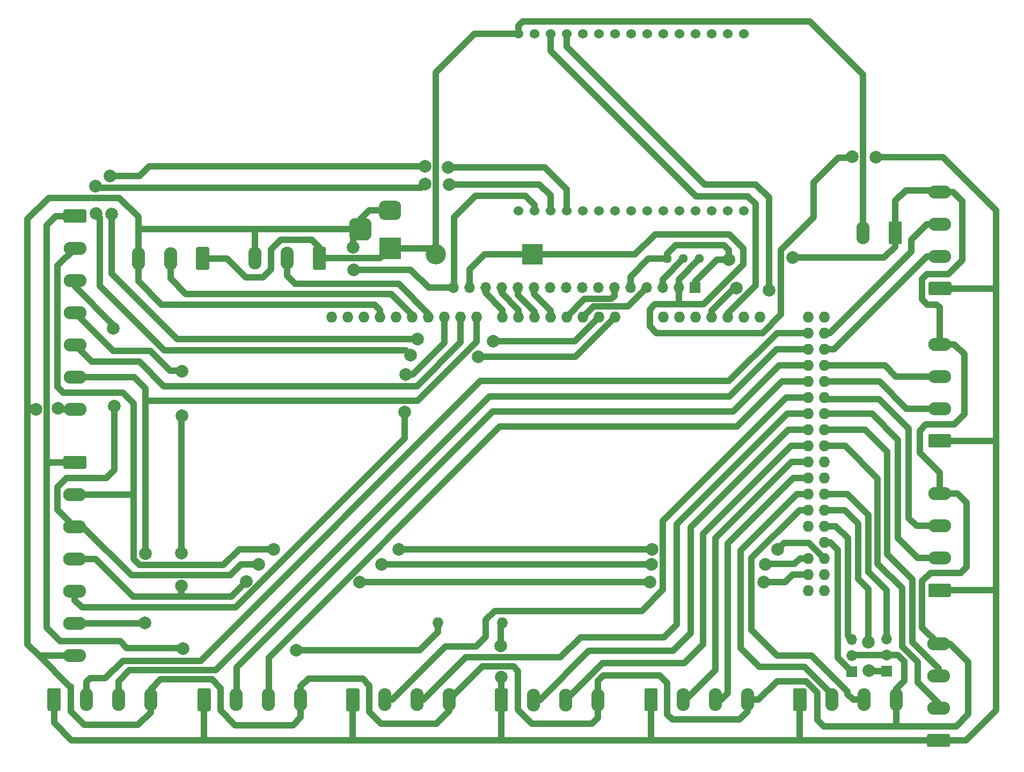
<source format=gbr>
%TF.GenerationSoftware,KiCad,Pcbnew,(5.1.6)-1*%
%TF.CreationDate,2021-07-15T17:15:11+02:00*%
%TF.ProjectId,future_uni,66757475-7265-45f7-956e-692e6b696361,rev?*%
%TF.SameCoordinates,Original*%
%TF.FileFunction,Copper,L2,Bot*%
%TF.FilePolarity,Positive*%
%FSLAX46Y46*%
G04 Gerber Fmt 4.6, Leading zero omitted, Abs format (unit mm)*
G04 Created by KiCad (PCBNEW (5.1.6)-1) date 2021-07-15 17:15:11*
%MOMM*%
%LPD*%
G01*
G04 APERTURE LIST*
%TA.AperFunction,ComponentPad*%
%ADD10O,1.727200X1.727200*%
%TD*%
%TA.AperFunction,ComponentPad*%
%ADD11R,1.700000X1.700000*%
%TD*%
%TA.AperFunction,ComponentPad*%
%ADD12O,1.700000X1.700000*%
%TD*%
%TA.AperFunction,ComponentPad*%
%ADD13O,2.080000X3.600000*%
%TD*%
%TA.AperFunction,ComponentPad*%
%ADD14O,3.600000X2.080000*%
%TD*%
%TA.AperFunction,ComponentPad*%
%ADD15R,3.500000X3.500000*%
%TD*%
%TA.AperFunction,ComponentPad*%
%ADD16C,1.440000*%
%TD*%
%TA.AperFunction,ComponentPad*%
%ADD17C,1.524000*%
%TD*%
%TA.AperFunction,ComponentPad*%
%ADD18R,3.200000X3.200000*%
%TD*%
%TA.AperFunction,ComponentPad*%
%ADD19O,3.200000X3.200000*%
%TD*%
%TA.AperFunction,ViaPad*%
%ADD20C,2.000000*%
%TD*%
%TA.AperFunction,Conductor*%
%ADD21C,1.000000*%
%TD*%
%TA.AperFunction,Conductor*%
%ADD22C,0.250000*%
%TD*%
G04 APERTURE END LIST*
D10*
%TO.P,XA1,VIN*%
%TO.N,/5V*%
X142557500Y-130268980D03*
%TO.P,XA1,3V3*%
%TO.N,/3.3V*%
X132397500Y-130268980D03*
%TO.P,XA1,D21*%
%TO.N,Net-(XA1-PadD21)*%
X183197500Y-82008980D03*
%TO.P,XA1,D20*%
%TO.N,Net-(XA1-PadD20)*%
X180657500Y-82008980D03*
%TO.P,XA1,D19*%
%TO.N,/RST_ESP*%
X178117500Y-82008980D03*
%TO.P,XA1,D18*%
%TO.N,/EN_ESP*%
X175577500Y-82008980D03*
%TO.P,XA1,D17*%
%TO.N,Net-(XA1-PadD17)*%
X173037500Y-82008980D03*
%TO.P,XA1,D16*%
%TO.N,Net-(XA1-PadD16)*%
X170497500Y-82008980D03*
%TO.P,XA1,D15*%
%TO.N,Net-(XA1-PadD15)*%
X167957500Y-82008980D03*
%TO.P,XA1,D0*%
%TO.N,/RX_MCU*%
X160337500Y-82008980D03*
%TO.P,XA1,D1*%
%TO.N,/TX_MCU*%
X157797500Y-82008980D03*
%TO.P,XA1,D2*%
%TO.N,/RS*%
X155257500Y-82008980D03*
%TO.P,XA1,D3*%
%TO.N,/E*%
X152717500Y-82008980D03*
%TO.P,XA1,D4*%
%TO.N,/DB4*%
X150177500Y-82008980D03*
%TO.P,XA1,D5*%
%TO.N,/DB5*%
X147637500Y-82008980D03*
%TO.P,XA1,D6*%
%TO.N,/DB6*%
X145097500Y-82008980D03*
%TO.P,XA1,D7*%
%TO.N,/DB7*%
X142557500Y-82008980D03*
%TO.P,XA1,GND1*%
%TO.N,/GND*%
X123253500Y-82008980D03*
%TO.P,XA1,D8*%
%TO.N,/RST*%
X138493500Y-82008980D03*
%TO.P,XA1,D9*%
%TO.N,/SDA\u005CSS_1*%
X135953500Y-82008980D03*
%TO.P,XA1,D10*%
%TO.N,/SDA\u005CSS_2*%
X133413500Y-82008980D03*
%TO.P,XA1,SCL*%
%TO.N,Net-(XA1-PadSCL)*%
X115633500Y-82008980D03*
%TO.P,XA1,SDA*%
%TO.N,Net-(XA1-PadSDA)*%
X118173500Y-82008980D03*
%TO.P,XA1,AREF*%
%TO.N,Net-(XA1-PadAREF)*%
X120713500Y-82008980D03*
%TO.P,XA1,D13*%
%TO.N,Net-(XA1-PadD13)*%
X125793500Y-82008980D03*
%TO.P,XA1,D12*%
%TO.N,/Signal_2*%
X128333500Y-82008980D03*
%TO.P,XA1,D11*%
%TO.N,/Signal_1*%
X130873500Y-82008980D03*
%TO.P,XA1,5V3*%
%TO.N,Net-(XA1-Pad5V3)*%
X190817500Y-82008980D03*
%TO.P,XA1,5V4*%
%TO.N,Net-(XA1-Pad5V4)*%
X193357500Y-82008980D03*
%TO.P,XA1,D22*%
%TO.N,/TRIG_10*%
X190817500Y-84548980D03*
%TO.P,XA1,D23*%
%TO.N,/ECHO_1*%
X193357500Y-84548980D03*
%TO.P,XA1,D24*%
%TO.N,/ECHO_10*%
X190817500Y-87088980D03*
%TO.P,XA1,D25*%
%TO.N,/TRIG_1*%
X193357500Y-87088980D03*
%TO.P,XA1,D26*%
%TO.N,/TRIG_9*%
X190817500Y-89628980D03*
%TO.P,XA1,D27*%
%TO.N,/ECHO_2*%
X193357500Y-89628980D03*
%TO.P,XA1,D28*%
%TO.N,/ECHO_9*%
X190817500Y-92168980D03*
%TO.P,XA1,D29*%
%TO.N,/TRIG_2*%
X193357500Y-92168980D03*
%TO.P,XA1,D30*%
%TO.N,/TRIG_8*%
X190817500Y-94708980D03*
%TO.P,XA1,D31*%
%TO.N,/ECHO_3*%
X193357500Y-94708980D03*
%TO.P,XA1,D32*%
%TO.N,/ECHO_8*%
X190817500Y-97248980D03*
%TO.P,XA1,D33*%
%TO.N,/TRIG_3*%
X193357500Y-97248980D03*
%TO.P,XA1,D34*%
%TO.N,/TRIG_7*%
X190817500Y-99788980D03*
%TO.P,XA1,D35*%
%TO.N,/ECHO_4*%
X193357500Y-99788980D03*
%TO.P,XA1,D36*%
%TO.N,/ECHO_7*%
X190817500Y-102328980D03*
%TO.P,XA1,D37*%
%TO.N,/TRIG_4*%
X193357500Y-102328980D03*
%TO.P,XA1,D38*%
%TO.N,/TRIG_6*%
X190817500Y-104868980D03*
%TO.P,XA1,D39*%
%TO.N,Net-(XA1-PadD39)*%
X193357500Y-104868980D03*
%TO.P,XA1,D40*%
%TO.N,/ECHO_6*%
X190817500Y-107408980D03*
%TO.P,XA1,D41*%
%TO.N,Net-(XA1-PadD41)*%
X193357500Y-107408980D03*
%TO.P,XA1,D42*%
%TO.N,/TRIG_5*%
X190817500Y-109948980D03*
%TO.P,XA1,D43*%
%TO.N,/GREEN_2*%
X193357500Y-109948980D03*
%TO.P,XA1,D44*%
%TO.N,/ECHO_5*%
X190817500Y-112488980D03*
%TO.P,XA1,D45*%
%TO.N,/RED_2*%
X193357500Y-112488980D03*
%TO.P,XA1,D46*%
%TO.N,Net-(XA1-PadD46)*%
X190817500Y-115028980D03*
%TO.P,XA1,D47*%
%TO.N,/GREEN_1*%
X193357500Y-115028980D03*
%TO.P,XA1,D49*%
%TO.N,/RED_1*%
X193357500Y-117568980D03*
%TO.P,XA1,D50*%
%TO.N,/MISO*%
X190817500Y-120108980D03*
%TO.P,XA1,D51*%
%TO.N,/MOSI*%
X193357500Y-120108980D03*
%TO.P,XA1,D52*%
%TO.N,/SCK*%
X190817500Y-122648980D03*
%TO.P,XA1,D53*%
%TO.N,Net-(XA1-PadD53)*%
X193357500Y-122648980D03*
%TO.P,XA1,GND5*%
%TO.N,Net-(XA1-PadGND5)*%
X190817500Y-125188980D03*
%TO.P,XA1,GND6*%
%TO.N,Net-(XA1-PadGND6)*%
X193357500Y-125188980D03*
%TD*%
D11*
%TO.P,J6,1*%
%TO.N,/RED_2*%
X203136500Y-137929620D03*
D12*
%TO.P,J6,2*%
%TO.N,/GND*%
X203136500Y-135389620D03*
%TO.P,J6,3*%
%TO.N,/GREEN_2*%
X203136500Y-132849620D03*
%TD*%
%TO.P,J14,1*%
%TO.N,/5V*%
%TA.AperFunction,ComponentPad*%
G36*
G01*
X117908200Y-143970341D02*
X117908200Y-140870339D01*
G75*
G02*
X118158199Y-140620340I249999J0D01*
G01*
X119738201Y-140620340D01*
G75*
G02*
X119988200Y-140870339I0J-249999D01*
G01*
X119988200Y-143970341D01*
G75*
G02*
X119738201Y-144220340I-249999J0D01*
G01*
X118158199Y-144220340D01*
G75*
G02*
X117908200Y-143970341I0J249999D01*
G01*
G37*
%TD.AperFunction*%
D13*
%TO.P,J14,2*%
%TO.N,/TRIG_8*%
X124028200Y-142420340D03*
%TO.P,J14,3*%
%TO.N,/ECHO_8*%
X129108200Y-142420340D03*
%TO.P,J14,4*%
%TO.N,/GND*%
X134188200Y-142420340D03*
%TD*%
%TO.P,J8,4*%
%TO.N,/GND*%
X87068660Y-142379700D03*
%TO.P,J8,3*%
%TO.N,/ECHO_10*%
X81988660Y-142379700D03*
%TO.P,J8,2*%
%TO.N,/TRIG_10*%
X76908660Y-142379700D03*
%TO.P,J8,1*%
%TO.N,/5V*%
%TA.AperFunction,ComponentPad*%
G36*
G01*
X70788660Y-143929701D02*
X70788660Y-140829699D01*
G75*
G02*
X71038659Y-140579700I249999J0D01*
G01*
X72618661Y-140579700D01*
G75*
G02*
X72868660Y-140829699I0J-249999D01*
G01*
X72868660Y-143929701D01*
G75*
G02*
X72618661Y-144179700I-249999J0D01*
G01*
X71038659Y-144179700D01*
G75*
G02*
X70788660Y-143929701I0J249999D01*
G01*
G37*
%TD.AperFunction*%
%TD*%
D14*
%TO.P,J1,7*%
%TO.N,/GND*%
X75105260Y-135430260D03*
%TO.P,J1,6*%
%TO.N,/RST*%
X75105260Y-130350260D03*
%TO.P,J1,5*%
%TO.N,/SDA\u005CSS_2*%
X75105260Y-125270260D03*
%TO.P,J1,4*%
%TO.N,/SCK*%
X75105260Y-120190260D03*
%TO.P,J1,3*%
%TO.N,/MISO*%
X75105260Y-115110260D03*
%TO.P,J1,2*%
%TO.N,/MOSI*%
X75105260Y-110030260D03*
%TO.P,J1,1*%
%TO.N,/3.3V*%
%TA.AperFunction,ComponentPad*%
G36*
G01*
X73555259Y-103910260D02*
X76655261Y-103910260D01*
G75*
G02*
X76905260Y-104160259I0J-249999D01*
G01*
X76905260Y-105740261D01*
G75*
G02*
X76655261Y-105990260I-249999J0D01*
G01*
X73555259Y-105990260D01*
G75*
G02*
X73305260Y-105740261I0J249999D01*
G01*
X73305260Y-104160259D01*
G75*
G02*
X73555259Y-103910260I249999J0D01*
G01*
G37*
%TD.AperFunction*%
%TD*%
%TO.P,J2,1*%
%TO.N,/VIN*%
%TA.AperFunction,ComponentPad*%
G36*
G01*
X114730400Y-71195599D02*
X114730400Y-74295601D01*
G75*
G02*
X114480401Y-74545600I-249999J0D01*
G01*
X112900399Y-74545600D01*
G75*
G02*
X112650400Y-74295601I0J249999D01*
G01*
X112650400Y-71195599D01*
G75*
G02*
X112900399Y-70945600I249999J0D01*
G01*
X114480401Y-70945600D01*
G75*
G02*
X114730400Y-71195599I0J-249999D01*
G01*
G37*
%TD.AperFunction*%
D13*
%TO.P,J2,2*%
%TO.N,/Signal_1*%
X108610400Y-72745600D03*
%TO.P,J2,3*%
%TO.N,/GND*%
X103530400Y-72745600D03*
%TD*%
D11*
%TO.P,J3,1*%
%TO.N,/GND*%
X172930820Y-77401420D03*
D12*
%TO.P,J3,2*%
%TO.N,/5V*%
X170390820Y-77401420D03*
%TO.P,J3,3*%
%TO.N,/VO*%
X167850820Y-77401420D03*
%TO.P,J3,4*%
%TO.N,/RS*%
X165310820Y-77401420D03*
%TO.P,J3,5*%
%TO.N,/GND*%
X162770820Y-77401420D03*
%TO.P,J3,6*%
%TO.N,/E*%
X160230820Y-77401420D03*
%TO.P,J3,7*%
%TO.N,Net-(J3-Pad7)*%
X157690820Y-77401420D03*
%TO.P,J3,8*%
%TO.N,Net-(J3-Pad8)*%
X155150820Y-77401420D03*
%TO.P,J3,9*%
%TO.N,Net-(J3-Pad9)*%
X152610820Y-77401420D03*
%TO.P,J3,10*%
%TO.N,Net-(J3-Pad10)*%
X150070820Y-77401420D03*
%TO.P,J3,11*%
%TO.N,/DB4*%
X147530820Y-77401420D03*
%TO.P,J3,12*%
%TO.N,/DB5*%
X144990820Y-77401420D03*
%TO.P,J3,13*%
%TO.N,/DB6*%
X142450820Y-77401420D03*
%TO.P,J3,14*%
%TO.N,/DB7*%
X139910820Y-77401420D03*
%TO.P,J3,15*%
%TO.N,/5V*%
X137370820Y-77401420D03*
%TO.P,J3,16*%
%TO.N,/GND*%
X134830820Y-77401420D03*
%TD*%
D13*
%TO.P,J4,3*%
%TO.N,/GND*%
X85105240Y-72758300D03*
%TO.P,J4,2*%
%TO.N,/Signal_2*%
X90185240Y-72758300D03*
%TO.P,J4,1*%
%TO.N,/VIN*%
%TA.AperFunction,ComponentPad*%
G36*
G01*
X96305240Y-71208299D02*
X96305240Y-74308301D01*
G75*
G02*
X96055241Y-74558300I-249999J0D01*
G01*
X94475239Y-74558300D01*
G75*
G02*
X94225240Y-74308301I0J249999D01*
G01*
X94225240Y-71208299D01*
G75*
G02*
X94475239Y-70958300I249999J0D01*
G01*
X96055241Y-70958300D01*
G75*
G02*
X96305240Y-71208299I0J-249999D01*
G01*
G37*
%TD.AperFunction*%
%TD*%
D12*
%TO.P,J5,3*%
%TO.N,/GREEN_1*%
X197657720Y-132880100D03*
%TO.P,J5,2*%
%TO.N,/GND*%
X197657720Y-135420100D03*
D11*
%TO.P,J5,1*%
%TO.N,/RED_1*%
X197657720Y-137960100D03*
%TD*%
%TO.P,J7,1*%
%TO.N,/3.3V*%
%TA.AperFunction,ComponentPad*%
G36*
G01*
X73580659Y-65038100D02*
X76680661Y-65038100D01*
G75*
G02*
X76930660Y-65288099I0J-249999D01*
G01*
X76930660Y-66868101D01*
G75*
G02*
X76680661Y-67118100I-249999J0D01*
G01*
X73580659Y-67118100D01*
G75*
G02*
X73330660Y-66868101I0J249999D01*
G01*
X73330660Y-65288099D01*
G75*
G02*
X73580659Y-65038100I249999J0D01*
G01*
G37*
%TD.AperFunction*%
D14*
%TO.P,J7,2*%
%TO.N,/MOSI*%
X75130660Y-71158100D03*
%TO.P,J7,3*%
%TO.N,/MISO*%
X75130660Y-76238100D03*
%TO.P,J7,4*%
%TO.N,/SCK*%
X75130660Y-81318100D03*
%TO.P,J7,5*%
%TO.N,/SDA\u005CSS_1*%
X75130660Y-86398100D03*
%TO.P,J7,6*%
%TO.N,/RST*%
X75130660Y-91478100D03*
%TO.P,J7,7*%
%TO.N,/GND*%
X75130660Y-96558100D03*
%TD*%
%TO.P,J9,1*%
%TO.N,/5V*%
%TA.AperFunction,ComponentPad*%
G36*
G01*
X94461460Y-143965261D02*
X94461460Y-140865259D01*
G75*
G02*
X94711459Y-140615260I249999J0D01*
G01*
X96291461Y-140615260D01*
G75*
G02*
X96541460Y-140865259I0J-249999D01*
G01*
X96541460Y-143965261D01*
G75*
G02*
X96291461Y-144215260I-249999J0D01*
G01*
X94711459Y-144215260D01*
G75*
G02*
X94461460Y-143965261I0J249999D01*
G01*
G37*
%TD.AperFunction*%
D13*
%TO.P,J9,2*%
%TO.N,/TRIG_9*%
X100581460Y-142415260D03*
%TO.P,J9,3*%
%TO.N,/ECHO_9*%
X105661460Y-142415260D03*
%TO.P,J9,4*%
%TO.N,/GND*%
X110741460Y-142415260D03*
%TD*%
D15*
%TO.P,J10,1*%
%TO.N,/VIN*%
X124828300Y-71173340D03*
%TO.P,J10,2*%
%TO.N,/GND*%
%TA.AperFunction,ComponentPad*%
G36*
G01*
X123828300Y-63673340D02*
X125828300Y-63673340D01*
G75*
G02*
X126578300Y-64423340I0J-750000D01*
G01*
X126578300Y-65923340D01*
G75*
G02*
X125828300Y-66673340I-750000J0D01*
G01*
X123828300Y-66673340D01*
G75*
G02*
X123078300Y-65923340I0J750000D01*
G01*
X123078300Y-64423340D01*
G75*
G02*
X123828300Y-63673340I750000J0D01*
G01*
G37*
%TD.AperFunction*%
%TO.P,J10,3*%
%TA.AperFunction,ComponentPad*%
G36*
G01*
X119253300Y-66423340D02*
X121003300Y-66423340D01*
G75*
G02*
X121878300Y-67298340I0J-875000D01*
G01*
X121878300Y-69048340D01*
G75*
G02*
X121003300Y-69923340I-875000J0D01*
G01*
X119253300Y-69923340D01*
G75*
G02*
X118378300Y-69048340I0J875000D01*
G01*
X118378300Y-67298340D01*
G75*
G02*
X119253300Y-66423340I875000J0D01*
G01*
G37*
%TD.AperFunction*%
%TD*%
%TO.P,J11,1*%
%TO.N,/GND*%
%TA.AperFunction,ComponentPad*%
G36*
G01*
X205576040Y-67156999D02*
X205576040Y-70257001D01*
G75*
G02*
X205326041Y-70507000I-249999J0D01*
G01*
X203746039Y-70507000D01*
G75*
G02*
X203496040Y-70257001I0J249999D01*
G01*
X203496040Y-67156999D01*
G75*
G02*
X203746039Y-66907000I249999J0D01*
G01*
X205326041Y-66907000D01*
G75*
G02*
X205576040Y-67156999I0J-249999D01*
G01*
G37*
%TD.AperFunction*%
D13*
%TO.P,J11,2*%
%TO.N,/VIN*%
X199456040Y-68707000D03*
%TD*%
%TO.P,J12,1*%
%TO.N,/5V*%
%TA.AperFunction,ComponentPad*%
G36*
G01*
X164966780Y-143947481D02*
X164966780Y-140847479D01*
G75*
G02*
X165216779Y-140597480I249999J0D01*
G01*
X166796781Y-140597480D01*
G75*
G02*
X167046780Y-140847479I0J-249999D01*
G01*
X167046780Y-143947481D01*
G75*
G02*
X166796781Y-144197480I-249999J0D01*
G01*
X165216779Y-144197480D01*
G75*
G02*
X164966780Y-143947481I0J249999D01*
G01*
G37*
%TD.AperFunction*%
%TO.P,J12,2*%
%TO.N,/TRIG_6*%
X171086780Y-142397480D03*
%TO.P,J12,3*%
%TO.N,/ECHO_6*%
X176166780Y-142397480D03*
%TO.P,J12,4*%
%TO.N,/GND*%
X181246780Y-142397480D03*
%TD*%
%TO.P,J13,4*%
%TO.N,/GND*%
X157637480Y-142435580D03*
%TO.P,J13,3*%
%TO.N,/ECHO_7*%
X152557480Y-142435580D03*
%TO.P,J13,2*%
%TO.N,/TRIG_7*%
X147477480Y-142435580D03*
%TO.P,J13,1*%
%TO.N,/5V*%
%TA.AperFunction,ComponentPad*%
G36*
G01*
X141357480Y-143985581D02*
X141357480Y-140885579D01*
G75*
G02*
X141607479Y-140635580I249999J0D01*
G01*
X143187481Y-140635580D01*
G75*
G02*
X143437480Y-140885579I0J-249999D01*
G01*
X143437480Y-143985581D01*
G75*
G02*
X143187481Y-144235580I-249999J0D01*
G01*
X141607479Y-144235580D01*
G75*
G02*
X141357480Y-143985581I0J249999D01*
G01*
G37*
%TD.AperFunction*%
%TD*%
%TO.P,J15,4*%
%TO.N,/GND*%
X204713840Y-142400020D03*
%TO.P,J15,3*%
%TO.N,/ECHO_5*%
X199633840Y-142400020D03*
%TO.P,J15,2*%
%TO.N,/TRIG_5*%
X194553840Y-142400020D03*
%TO.P,J15,1*%
%TO.N,/5V*%
%TA.AperFunction,ComponentPad*%
G36*
G01*
X188433840Y-143950021D02*
X188433840Y-140850019D01*
G75*
G02*
X188683839Y-140600020I249999J0D01*
G01*
X190263841Y-140600020D01*
G75*
G02*
X190513840Y-140850019I0J-249999D01*
G01*
X190513840Y-143950021D01*
G75*
G02*
X190263841Y-144200020I-249999J0D01*
G01*
X188683839Y-144200020D01*
G75*
G02*
X188433840Y-143950021I0J249999D01*
G01*
G37*
%TD.AperFunction*%
%TD*%
%TO.P,J16,1*%
%TO.N,/5V*%
%TA.AperFunction,ComponentPad*%
G36*
G01*
X213088821Y-102584120D02*
X209988819Y-102584120D01*
G75*
G02*
X209738820Y-102334121I0J249999D01*
G01*
X209738820Y-100754119D01*
G75*
G02*
X209988819Y-100504120I249999J0D01*
G01*
X213088821Y-100504120D01*
G75*
G02*
X213338820Y-100754119I0J-249999D01*
G01*
X213338820Y-102334121D01*
G75*
G02*
X213088821Y-102584120I-249999J0D01*
G01*
G37*
%TD.AperFunction*%
D14*
%TO.P,J16,2*%
%TO.N,/TRIG_2*%
X211538820Y-96464120D03*
%TO.P,J16,3*%
%TO.N,/ECHO_2*%
X211538820Y-91384120D03*
%TO.P,J16,4*%
%TO.N,/GND*%
X211538820Y-86304120D03*
%TD*%
%TO.P,J17,4*%
%TO.N,/GND*%
X211533740Y-109900720D03*
%TO.P,J17,3*%
%TO.N,/ECHO_3*%
X211533740Y-114980720D03*
%TO.P,J17,2*%
%TO.N,/TRIG_3*%
X211533740Y-120060720D03*
%TO.P,J17,1*%
%TO.N,/5V*%
%TA.AperFunction,ComponentPad*%
G36*
G01*
X213083741Y-126180720D02*
X209983739Y-126180720D01*
G75*
G02*
X209733740Y-125930721I0J249999D01*
G01*
X209733740Y-124350719D01*
G75*
G02*
X209983739Y-124100720I249999J0D01*
G01*
X213083741Y-124100720D01*
G75*
G02*
X213333740Y-124350719I0J-249999D01*
G01*
X213333740Y-125930721D01*
G75*
G02*
X213083741Y-126180720I-249999J0D01*
G01*
G37*
%TD.AperFunction*%
%TD*%
%TO.P,J18,1*%
%TO.N,/5V*%
%TA.AperFunction,ComponentPad*%
G36*
G01*
X212908481Y-149873840D02*
X209808479Y-149873840D01*
G75*
G02*
X209558480Y-149623841I0J249999D01*
G01*
X209558480Y-148043839D01*
G75*
G02*
X209808479Y-147793840I249999J0D01*
G01*
X212908481Y-147793840D01*
G75*
G02*
X213158480Y-148043839I0J-249999D01*
G01*
X213158480Y-149623841D01*
G75*
G02*
X212908481Y-149873840I-249999J0D01*
G01*
G37*
%TD.AperFunction*%
%TO.P,J18,2*%
%TO.N,/TRIG_4*%
X211358480Y-143753840D03*
%TO.P,J18,3*%
%TO.N,/ECHO_4*%
X211358480Y-138673840D03*
%TO.P,J18,4*%
%TO.N,/GND*%
X211358480Y-133593840D03*
%TD*%
%TO.P,J19,4*%
%TO.N,/GND*%
X211584540Y-62257940D03*
%TO.P,J19,3*%
%TO.N,/ECHO_1*%
X211584540Y-67337940D03*
%TO.P,J19,2*%
%TO.N,/TRIG_1*%
X211584540Y-72417940D03*
%TO.P,J19,1*%
%TO.N,/5V*%
%TA.AperFunction,ComponentPad*%
G36*
G01*
X213134541Y-78537940D02*
X210034539Y-78537940D01*
G75*
G02*
X209784540Y-78287941I0J249999D01*
G01*
X209784540Y-76707939D01*
G75*
G02*
X210034539Y-76457940I249999J0D01*
G01*
X213134541Y-76457940D01*
G75*
G02*
X213384540Y-76707939I0J-249999D01*
G01*
X213384540Y-78287941D01*
G75*
G02*
X213134541Y-78537940I-249999J0D01*
G01*
G37*
%TD.AperFunction*%
%TD*%
D16*
%TO.P,RV1,1*%
%TO.N,/5V*%
X173652180Y-72793860D03*
%TO.P,RV1,2*%
%TO.N,/VO*%
X171112180Y-72793860D03*
%TO.P,RV1,3*%
%TO.N,/GND*%
X168572180Y-72793860D03*
%TD*%
D17*
%TO.P,U1,1*%
%TO.N,Net-(U1-Pad1)*%
X180647340Y-37348160D03*
%TO.P,U1,2*%
%TO.N,Net-(U1-Pad2)*%
X178107340Y-37348160D03*
%TO.P,U1,3*%
%TO.N,Net-(U1-Pad3)*%
X175567340Y-37348160D03*
%TO.P,U1,4*%
%TO.N,Net-(U1-Pad4)*%
X173027340Y-37348160D03*
%TO.P,U1,5*%
%TO.N,Net-(U1-Pad5)*%
X170487340Y-37348160D03*
%TO.P,U1,6*%
%TO.N,Net-(U1-Pad6)*%
X167947340Y-37348160D03*
%TO.P,U1,7*%
%TO.N,Net-(U1-Pad7)*%
X165407340Y-37348160D03*
%TO.P,U1,8*%
%TO.N,Net-(U1-Pad8)*%
X162867340Y-37348160D03*
%TO.P,U1,9*%
%TO.N,Net-(U1-Pad9)*%
X160327340Y-37348160D03*
%TO.P,U1,10*%
%TO.N,Net-(U1-Pad10)*%
X157787340Y-37348160D03*
%TO.P,U1,11*%
%TO.N,Net-(U1-Pad11)*%
X155247340Y-37348160D03*
%TO.P,U1,12*%
%TO.N,/EN_ESP*%
X152707340Y-37348160D03*
%TO.P,U1,13*%
%TO.N,/RST_ESP*%
X150167340Y-37348160D03*
%TO.P,U1,14*%
%TO.N,Net-(U1-Pad14)*%
X147627340Y-37348160D03*
%TO.P,U1,15*%
%TO.N,/VIN*%
X145087340Y-37348160D03*
%TO.P,U1,16*%
%TO.N,Net-(U1-Pad16)*%
X145087340Y-65288160D03*
%TO.P,U1,17*%
%TO.N,/GND*%
X147627340Y-65288160D03*
%TO.P,U1,18*%
%TO.N,/RX_MCU*%
X150167340Y-65288160D03*
%TO.P,U1,19*%
%TO.N,/TX_MCU*%
X152707340Y-65288160D03*
%TO.P,U1,20*%
%TO.N,Net-(U1-Pad20)*%
X155247340Y-65288160D03*
%TO.P,U1,21*%
%TO.N,Net-(U1-Pad21)*%
X157787340Y-65288160D03*
%TO.P,U1,22*%
%TO.N,Net-(U1-Pad22)*%
X160327340Y-65288160D03*
%TO.P,U1,23*%
%TO.N,Net-(U1-Pad23)*%
X162867340Y-65288160D03*
%TO.P,U1,24*%
%TO.N,Net-(U1-Pad24)*%
X165407340Y-65288160D03*
%TO.P,U1,25*%
%TO.N,Net-(U1-Pad25)*%
X167947340Y-65288160D03*
%TO.P,U1,26*%
%TO.N,Net-(U1-Pad26)*%
X170487340Y-65288160D03*
%TO.P,U1,27*%
%TO.N,Net-(U1-Pad27)*%
X173027340Y-65288160D03*
%TO.P,U1,28*%
%TO.N,Net-(U1-Pad28)*%
X175567340Y-65288160D03*
%TO.P,U1,29*%
%TO.N,Net-(U1-Pad29)*%
X178107340Y-65288160D03*
%TO.P,U1,30*%
%TO.N,Net-(U1-Pad30)*%
X180647340Y-65288160D03*
%TD*%
D18*
%TO.P,D1,1*%
%TO.N,/5V*%
X147274280Y-72113140D03*
D19*
%TO.P,D1,2*%
%TO.N,/VIN*%
X132034280Y-72113140D03*
%TD*%
D20*
%TO.N,/GND*%
X119133620Y-74526140D03*
X119029480Y-71045600D03*
X178300380Y-72925940D03*
X188330840Y-72656700D03*
X72403440Y-96451420D03*
X69003440Y-96542860D03*
%TO.N,/RST*%
X86172040Y-130251200D03*
X86268560Y-119354600D03*
%TO.N,/SDA\u005CSS_2*%
X127342900Y-91117420D03*
X127162560Y-97028000D03*
%TO.N,/SCK*%
X183774080Y-123847860D03*
X165872160Y-123852940D03*
X120053100Y-123842780D03*
X102123848Y-123767188D03*
X92031820Y-90596720D03*
X91998800Y-97579180D03*
X91925140Y-119240300D03*
X91925140Y-124473450D03*
%TO.N,/MISO*%
X184053480Y-121053860D03*
X166093140Y-121061480D03*
X123461780Y-121079260D03*
X104104440Y-121079260D03*
X81186020Y-83807300D03*
X81300320Y-96072960D03*
%TO.N,/MOSI*%
X166163520Y-118656100D03*
X126174500Y-118678960D03*
X106502200Y-118678960D03*
X185968640Y-118656100D03*
%TO.N,/3.3V*%
X92199460Y-134372872D03*
X110048040Y-134581900D03*
%TO.N,/5V*%
X201485500Y-56804560D03*
X197756040Y-56723280D03*
X142301568Y-133917028D03*
X142387320Y-138852390D03*
%TO.N,/RED_2*%
X200296780Y-133365240D03*
X200367900Y-137825480D03*
%TO.N,/EN_ESP*%
X184604660Y-77784960D03*
X179466240Y-77470000D03*
%TO.N,/RX_MCU*%
X134165340Y-61064140D03*
X130334280Y-61003180D03*
X138772900Y-88247220D03*
X78366620Y-61356240D03*
X78437814Y-65683276D03*
X128043940Y-88005920D03*
%TO.N,/TX_MCU*%
X134007860Y-58386980D03*
X130334280Y-58221880D03*
X141137640Y-85818980D03*
X80888840Y-65727580D03*
X80678020Y-59715400D03*
X129166620Y-85504020D03*
%TD*%
D21*
%TO.N,/GND*%
X204536040Y-68707000D02*
X204536040Y-63685420D01*
X204536040Y-63685420D02*
X206204820Y-62016640D01*
X211343240Y-62016640D02*
X211584540Y-62257940D01*
X206204820Y-62016640D02*
X211343240Y-62016640D01*
X110741460Y-140289280D02*
X110741460Y-142415260D01*
X120520460Y-139087860D02*
X111942880Y-139087860D01*
X111942880Y-139087860D02*
X110741460Y-140289280D01*
X121589800Y-140157200D02*
X120520460Y-139087860D01*
X134188200Y-144170400D02*
X132168900Y-146189700D01*
X134188200Y-142420340D02*
X134188200Y-144170400D01*
X132168900Y-146189700D02*
X123418600Y-146189700D01*
X123418600Y-146189700D02*
X121589800Y-144360900D01*
X121589800Y-144360900D02*
X121589800Y-140157200D01*
X213166960Y-133593840D02*
X216042240Y-136469120D01*
X216042240Y-144686020D02*
X214149940Y-146578320D01*
X211358480Y-133593840D02*
X213166960Y-133593840D01*
X216042240Y-136469120D02*
X216042240Y-144686020D01*
X209410300Y-146578320D02*
X214149940Y-146578320D01*
X209392520Y-146596100D02*
X209410300Y-146578320D01*
X204713840Y-146517360D02*
X204635100Y-146596100D01*
X204713840Y-142400020D02*
X204713840Y-146517360D01*
X204635100Y-146596100D02*
X209392520Y-146596100D01*
X213629240Y-62257940D02*
X211584540Y-62257940D01*
X215071960Y-63700660D02*
X213629240Y-62257940D01*
X215071960Y-73050400D02*
X215071960Y-63700660D01*
X212907880Y-75214480D02*
X215071960Y-73050400D01*
X208752440Y-76018360D02*
X209556320Y-75214480D01*
X209556320Y-75214480D02*
X212907880Y-75214480D01*
X211538820Y-80530700D02*
X211056220Y-80048100D01*
X211538820Y-86304120D02*
X211538820Y-80530700D01*
X211056220Y-80048100D02*
X209565240Y-80048100D01*
X209565240Y-80048100D02*
X208752440Y-79235300D01*
X208752440Y-79235300D02*
X208752440Y-76018360D01*
X85105240Y-72758300D02*
X85105240Y-69466460D01*
X103530400Y-72745600D02*
X103530400Y-68356480D01*
X103530400Y-68356480D02*
X103347260Y-68173340D01*
X103347260Y-68173340D02*
X120128300Y-68173340D01*
X85539320Y-68173340D02*
X85105240Y-67739260D01*
X103347260Y-68173340D02*
X85539320Y-68173340D01*
X85105240Y-67739260D02*
X85105240Y-72758300D01*
X146204940Y-62890400D02*
X147627340Y-64312800D01*
X138325860Y-62890400D02*
X146204940Y-62890400D01*
X134940040Y-66276220D02*
X138325860Y-62890400D01*
X147627340Y-64312800D02*
X147627340Y-65288160D01*
X213878160Y-86304120D02*
X211538820Y-86304120D01*
X215473280Y-87899240D02*
X213878160Y-86304120D01*
X213845140Y-98958400D02*
X215473280Y-97330260D01*
X209369660Y-98958400D02*
X213845140Y-98958400D01*
X215473280Y-97330260D02*
X215473280Y-87899240D01*
X208394300Y-99933760D02*
X209369660Y-98958400D01*
X208394300Y-103461820D02*
X208394300Y-99933760D01*
X211533740Y-106575860D02*
X210776820Y-105818940D01*
X211533740Y-109900720D02*
X211533740Y-106575860D01*
X210776820Y-105818940D02*
X210751420Y-105818940D01*
X210751420Y-105818940D02*
X208394300Y-103461820D01*
X157637480Y-139397740D02*
X157637480Y-142435580D01*
X168523920Y-139771120D02*
X167322500Y-138569700D01*
X181246780Y-144241520D02*
X179941220Y-145547080D01*
X167322500Y-138569700D02*
X158465520Y-138569700D01*
X181246780Y-142397480D02*
X181246780Y-144241520D01*
X158465520Y-138569700D02*
X157637480Y-139397740D01*
X169349420Y-145547080D02*
X168523920Y-144721580D01*
X179941220Y-145547080D02*
X169349420Y-145547080D01*
X168523920Y-144721580D02*
X168523920Y-139771120D01*
X134940040Y-77292200D02*
X134830820Y-77401420D01*
X134940040Y-66276220D02*
X134940040Y-77292200D01*
X168572180Y-72793860D02*
X165615620Y-72793860D01*
X162770820Y-75638660D02*
X162770820Y-77401420D01*
X165615620Y-72793860D02*
X162770820Y-75638660D01*
X120128300Y-66587100D02*
X120128300Y-68173340D01*
X124828300Y-65173340D02*
X121542060Y-65173340D01*
X121542060Y-65173340D02*
X120128300Y-66587100D01*
X197688200Y-135389620D02*
X197657720Y-135420100D01*
X203136500Y-135389620D02*
X197688200Y-135389620D01*
X215765380Y-111332360D02*
X214333740Y-109900720D01*
X215765380Y-121493280D02*
X215765380Y-111332360D01*
X208780380Y-131015740D02*
X208780380Y-123713240D01*
X208780380Y-123713240D02*
X210121500Y-122372120D01*
X211358480Y-133593840D02*
X208780380Y-131015740D01*
X210121500Y-122372120D02*
X214886540Y-122372120D01*
X214333740Y-109900720D02*
X211533740Y-109900720D01*
X214886540Y-122372120D02*
X215765380Y-121493280D01*
X185872120Y-139486640D02*
X182961280Y-142397480D01*
X204635100Y-146596100D02*
X193233040Y-146596100D01*
X182961280Y-142397480D02*
X181246780Y-142397480D01*
X192280540Y-145643600D02*
X192280540Y-141277340D01*
X193233040Y-146596100D02*
X192280540Y-145643600D01*
X192280540Y-141277340D02*
X190489840Y-139486640D01*
X190489840Y-139486640D02*
X185872120Y-139486640D01*
X205966060Y-136408160D02*
X204947520Y-135389620D01*
X204947520Y-135389620D02*
X203136500Y-135389620D01*
X205966060Y-139402820D02*
X205966060Y-136408160D01*
X204713840Y-142400020D02*
X204713840Y-140655040D01*
X204713840Y-140655040D02*
X205966060Y-139402820D01*
X134830820Y-77401420D02*
X130937000Y-77401420D01*
X130937000Y-77401420D02*
X128061720Y-74526140D01*
X128061720Y-74526140D02*
X119133620Y-74526140D01*
X119029480Y-69272160D02*
X120128300Y-68173340D01*
X119029480Y-71045600D02*
X119029480Y-69272160D01*
X87068660Y-140766800D02*
X87068660Y-142379700D01*
X88630760Y-139204700D02*
X87068660Y-140766800D01*
X96723200Y-139204700D02*
X88630760Y-139204700D01*
X98102420Y-140583920D02*
X96723200Y-139204700D01*
X110741460Y-145215260D02*
X109546040Y-146410680D01*
X110741460Y-142415260D02*
X110741460Y-145215260D01*
X109546040Y-146410680D02*
X100401120Y-146410680D01*
X100401120Y-146410680D02*
X98102420Y-144111980D01*
X98102420Y-144111980D02*
X98102420Y-140583920D01*
X88783160Y-80058260D02*
X85105240Y-76380340D01*
X122374660Y-80058260D02*
X88783160Y-80058260D01*
X123253500Y-82008980D02*
X123253500Y-80937100D01*
X85105240Y-76380340D02*
X85105240Y-72758300D01*
X123253500Y-80937100D02*
X122374660Y-80058260D01*
X204536040Y-70891400D02*
X204536040Y-68707000D01*
X188330840Y-72656700D02*
X202770740Y-72656700D01*
X202770740Y-72656700D02*
X204536040Y-70891400D01*
X82105500Y-63182500D02*
X70982840Y-63182500D01*
X76591160Y-146395440D02*
X85102700Y-146395440D01*
X87068660Y-144429480D02*
X87068660Y-142379700D01*
X70982840Y-63182500D02*
X67647820Y-66517520D01*
X85105240Y-67739260D02*
X85105240Y-66182240D01*
X85105240Y-66182240D02*
X82105500Y-63182500D01*
X74452480Y-140314680D02*
X74452480Y-144256760D01*
X74452480Y-144256760D02*
X76591160Y-146395440D01*
X85102700Y-146395440D02*
X87068660Y-144429480D01*
X74261980Y-140258800D02*
X74317860Y-140314680D01*
X75105260Y-135430260D02*
X69446140Y-135430260D01*
X69446140Y-135430260D02*
X69439790Y-135436610D01*
X67647820Y-133644640D02*
X69439790Y-135436610D01*
X69439790Y-135436610D02*
X74317860Y-140314680D01*
X176443640Y-72925940D02*
X178300380Y-72925940D01*
X172930820Y-77401420D02*
X172930820Y-76438760D01*
X172930820Y-76438760D02*
X176443640Y-72925940D01*
X74513440Y-96558100D02*
X75130660Y-96558100D01*
X75130660Y-96558100D02*
X72510120Y-96558100D01*
X72510120Y-96558100D02*
X72403440Y-96451420D01*
X68828180Y-96367600D02*
X67647820Y-96367600D01*
X69003440Y-96542860D02*
X68828180Y-96367600D01*
X67647820Y-66517520D02*
X67647820Y-96367600D01*
X67647820Y-96367600D02*
X67647820Y-133644640D01*
X139456160Y-137152380D02*
X134188200Y-142420340D01*
X144299940Y-137152380D02*
X139456160Y-137152380D01*
X145046700Y-137899140D02*
X144299940Y-137152380D01*
X157637480Y-142435580D02*
X157637480Y-145235580D01*
X157637480Y-145235580D02*
X156703680Y-146169380D01*
X156703680Y-146169380D02*
X147213320Y-146169380D01*
X147213320Y-146169380D02*
X145046700Y-144002760D01*
X145046700Y-144002760D02*
X145046700Y-137899140D01*
X169933620Y-70637400D02*
X177495200Y-70637400D01*
X177495200Y-70637400D02*
X178300380Y-71442580D01*
X168572180Y-72793860D02*
X168572180Y-71998840D01*
X178300380Y-71442580D02*
X178300380Y-72925940D01*
X168572180Y-71998840D02*
X169933620Y-70637400D01*
%TO.N,/RST*%
X75105260Y-130350260D02*
X75105260Y-130304540D01*
X75105260Y-130350260D02*
X86072980Y-130350260D01*
X86072980Y-130350260D02*
X86172040Y-130251200D01*
X86268560Y-119354600D02*
X86268560Y-94980760D01*
X138493500Y-82008980D02*
X138493500Y-85892640D01*
X138493500Y-85892640D02*
X129184400Y-95201740D01*
X129184400Y-95201740D02*
X86489540Y-95201740D01*
X84472780Y-91478100D02*
X75130660Y-91478100D01*
X86268560Y-94980760D02*
X86268560Y-93273880D01*
X86268560Y-93273880D02*
X84472780Y-91478100D01*
%TO.N,/SDA\u005CSS_2*%
X76217780Y-127861060D02*
X100434140Y-127861060D01*
X127162560Y-101132640D02*
X127162560Y-97028000D01*
X100434140Y-127861060D02*
X127162560Y-101132640D01*
X75105260Y-125270260D02*
X75105260Y-126748540D01*
X75105260Y-126748540D02*
X76217780Y-127861060D01*
X128402080Y-91117420D02*
X127342900Y-91117420D01*
X133413500Y-82008980D02*
X133413500Y-86106000D01*
X133413500Y-86106000D02*
X128402080Y-91117420D01*
%TO.N,/SCK*%
X165872160Y-123852940D02*
X120063260Y-123852940D01*
X120063260Y-123852940D02*
X120053100Y-123842780D01*
X187162440Y-123847860D02*
X183774080Y-123847860D01*
X190817500Y-122648980D02*
X188361320Y-122648980D01*
X188361320Y-122648980D02*
X187162440Y-123847860D01*
X102123848Y-123767188D02*
X99780036Y-126111000D01*
X75130660Y-81318100D02*
X81196180Y-87383620D01*
X81196180Y-87383620D02*
X86992460Y-87383620D01*
X86992460Y-87383620D02*
X90124280Y-90515440D01*
X90124280Y-90515440D02*
X92326460Y-90515440D01*
X91925140Y-126111000D02*
X91981020Y-126166880D01*
X91112340Y-126111000D02*
X91925140Y-126111000D01*
X99780036Y-126111000D02*
X91112340Y-126111000D01*
X91925140Y-98104960D02*
X91925140Y-119240300D01*
X92443300Y-97586800D02*
X91925140Y-98104960D01*
X78394560Y-120190260D02*
X75105260Y-120190260D01*
X91112340Y-126111000D02*
X84315300Y-126111000D01*
X84315300Y-126111000D02*
X78394560Y-120190260D01*
X91925140Y-126111000D02*
X91925140Y-124473450D01*
%TO.N,/MISO*%
X166093140Y-121061480D02*
X123479560Y-121061480D01*
X123479560Y-121061480D02*
X123461780Y-121079260D01*
X184147460Y-120959880D02*
X184053480Y-121053860D01*
X188648340Y-120959880D02*
X184147460Y-120959880D01*
X190817500Y-120108980D02*
X189499240Y-120108980D01*
X189499240Y-120108980D02*
X188648340Y-120959880D01*
X81186020Y-83251040D02*
X81186020Y-83807300D01*
X75130660Y-76238100D02*
X75130660Y-77195680D01*
X75130660Y-77195680D02*
X81186020Y-83251040D01*
X72377300Y-112382300D02*
X75105260Y-115110260D01*
X81300320Y-106164380D02*
X80035400Y-107429300D01*
X73802240Y-107429300D02*
X72377300Y-108854240D01*
X81300320Y-96072960D02*
X81300320Y-106164380D01*
X80035400Y-107429300D02*
X73802240Y-107429300D01*
X72377300Y-108854240D02*
X72377300Y-112382300D01*
X101297740Y-121079260D02*
X104104440Y-121079260D01*
X99603560Y-122773440D02*
X101297740Y-121079260D01*
X84005420Y-122773440D02*
X99603560Y-122773440D01*
X75105260Y-115110260D02*
X76342240Y-115110260D01*
X76342240Y-115110260D02*
X84005420Y-122773440D01*
%TO.N,/MOSI*%
X166163520Y-118656100D02*
X126197360Y-118656100D01*
X126197360Y-118656100D02*
X126174500Y-118678960D01*
X193357500Y-120108980D02*
X190904613Y-117656093D01*
X186968647Y-117656093D02*
X185968640Y-118656100D01*
X190904613Y-117656093D02*
X186968647Y-117656093D01*
X72402700Y-73886060D02*
X72402700Y-93050360D01*
X82677000Y-93972380D02*
X84358480Y-95653860D01*
X75130660Y-71158100D02*
X72402700Y-73886060D01*
X72402700Y-93050360D02*
X73324720Y-93972380D01*
X73324720Y-93972380D02*
X82677000Y-93972380D01*
X84223860Y-110030260D02*
X84358480Y-109895640D01*
X75105260Y-110030260D02*
X84223860Y-110030260D01*
X84358480Y-95653860D02*
X84358480Y-109895640D01*
X98541840Y-121168160D02*
X101031040Y-118678960D01*
X85318600Y-121168160D02*
X98541840Y-121168160D01*
X84358480Y-109895640D02*
X84358480Y-120208040D01*
X101031040Y-118678960D02*
X106502200Y-118678960D01*
X84358480Y-120208040D02*
X85318600Y-121168160D01*
%TO.N,/3.3V*%
X92191092Y-134381240D02*
X92199460Y-134372872D01*
X92047808Y-134221220D02*
X83324700Y-134221220D01*
X92199460Y-134372872D02*
X92047808Y-134221220D01*
X83324700Y-134221220D02*
X82252820Y-133149340D01*
X72798940Y-133149340D02*
X70703440Y-131053840D01*
X82252820Y-133149340D02*
X72798940Y-133149340D01*
X75130660Y-66078100D02*
X72133460Y-66078100D01*
X72133460Y-66078100D02*
X70703440Y-67508120D01*
X70703440Y-131053840D02*
X70703440Y-107734100D01*
X70703440Y-107734100D02*
X70703440Y-106464100D01*
X71173340Y-104950260D02*
X70703440Y-105420160D01*
X75105260Y-104950260D02*
X71173340Y-104950260D01*
X70703440Y-67508120D02*
X70703440Y-105420160D01*
X70703440Y-105420160D02*
X70703440Y-107734100D01*
X132397500Y-130268980D02*
X132397500Y-131737100D01*
X129552700Y-134581900D02*
X110048040Y-134581900D01*
X132397500Y-131737100D02*
X129552700Y-134581900D01*
%TO.N,/5V*%
X71828660Y-142379700D02*
X71828660Y-146060160D01*
X71828660Y-146060160D02*
X74602340Y-148833840D01*
X189473840Y-148760180D02*
X189400180Y-148833840D01*
X189473840Y-142400020D02*
X189473840Y-148760180D01*
X189400180Y-148833840D02*
X211358480Y-148833840D01*
X166006780Y-148755100D02*
X165928040Y-148833840D01*
X166006780Y-142397480D02*
X166006780Y-148755100D01*
X165928040Y-148833840D02*
X189400180Y-148833840D01*
X118948200Y-148717000D02*
X119065040Y-148833840D01*
X118948200Y-142420340D02*
X118948200Y-148717000D01*
X142397480Y-142435580D02*
X142397480Y-148640800D01*
X142397480Y-148640800D02*
X142204440Y-148833840D01*
X119065040Y-148833840D02*
X142204440Y-148833840D01*
X142204440Y-148833840D02*
X165928040Y-148833840D01*
X95501460Y-142415260D02*
X95501460Y-148402040D01*
X95501460Y-148402040D02*
X95933260Y-148833840D01*
X74602340Y-148833840D02*
X95933260Y-148833840D01*
X95933260Y-148833840D02*
X119065040Y-148833840D01*
X211358480Y-148833840D02*
X215717120Y-148833840D01*
X215717120Y-148833840D02*
X220479620Y-144071340D01*
X220157040Y-101544120D02*
X220479620Y-101221540D01*
X211538820Y-101544120D02*
X220157040Y-101544120D01*
X220479620Y-101221540D02*
X220479620Y-80540860D01*
X220444060Y-125140720D02*
X220479620Y-125176280D01*
X220479620Y-144071340D02*
X220479620Y-125176280D01*
X211533740Y-125140720D02*
X220444060Y-125140720D01*
X220479620Y-125176280D02*
X220479620Y-101221540D01*
X220479620Y-65328800D02*
X220479620Y-65206880D01*
X220479620Y-65206880D02*
X212077300Y-56804560D01*
X212077300Y-56804560D02*
X201485500Y-56804560D01*
X220479620Y-80540860D02*
X220479620Y-77370940D01*
X220352620Y-77497940D02*
X220479620Y-77370940D01*
X211584540Y-77497940D02*
X220352620Y-77497940D01*
X220479620Y-77370940D02*
X220479620Y-65328800D01*
X137370820Y-77401420D02*
X137370820Y-74470260D01*
X139727940Y-72113140D02*
X147274280Y-72113140D01*
X137370820Y-74470260D02*
X139727940Y-72113140D01*
X170390820Y-76055220D02*
X170390820Y-77401420D01*
X173652180Y-72793860D02*
X170390820Y-76055220D01*
X170324780Y-79994760D02*
X167797480Y-79994760D01*
X170390820Y-77401420D02*
X170390820Y-79928720D01*
X170390820Y-79928720D02*
X170324780Y-79994760D01*
X142301568Y-130524912D02*
X142557500Y-130268980D01*
X142301568Y-133917028D02*
X142301568Y-130524912D01*
X142397480Y-142435580D02*
X142397480Y-138862550D01*
X142397480Y-138862550D02*
X142387320Y-138852390D01*
X197570620Y-56908700D02*
X197756040Y-56723280D01*
X165811200Y-83472020D02*
X166880540Y-84541360D01*
X186532520Y-81612740D02*
X186532520Y-71432420D01*
X191670940Y-60792360D02*
X195554600Y-56908700D01*
X165811200Y-80810100D02*
X165811200Y-83472020D01*
X167797480Y-79994760D02*
X166626540Y-79994760D01*
X166880540Y-84541360D02*
X183603900Y-84541360D01*
X166626540Y-79994760D02*
X165811200Y-80810100D01*
X183603900Y-84541360D02*
X186532520Y-81612740D01*
X186532520Y-71432420D02*
X191670940Y-66294000D01*
X191670940Y-66294000D02*
X191670940Y-60792360D01*
X195554600Y-56908700D02*
X197570620Y-56908700D01*
X180594000Y-73687940D02*
X174287180Y-79994760D01*
X147274280Y-72113140D02*
X163489640Y-72113140D01*
X174287180Y-79994760D02*
X167797480Y-79994760D01*
X178338480Y-68961000D02*
X180594000Y-71216520D01*
X163489640Y-72113140D02*
X166641780Y-68961000D01*
X166641780Y-68961000D02*
X178338480Y-68961000D01*
X180594000Y-71216520D02*
X180594000Y-73687940D01*
%TO.N,/Signal_1*%
X130980180Y-81902300D02*
X130873500Y-82008980D01*
X108610400Y-75534520D02*
X109880400Y-76804520D01*
X126222760Y-76804520D02*
X130980180Y-81561940D01*
X108610400Y-72745600D02*
X108610400Y-75534520D01*
X109880400Y-76804520D02*
X126222760Y-76804520D01*
X130980180Y-81561940D02*
X130980180Y-81902300D01*
%TO.N,/VO*%
X167850820Y-76055220D02*
X167850820Y-77401420D01*
X171112180Y-72793860D02*
X167850820Y-76055220D01*
%TO.N,/RS*%
X155257500Y-82008980D02*
X156902289Y-80364191D01*
X156902289Y-80364191D02*
X162348049Y-80364191D01*
X162348049Y-80364191D02*
X165310820Y-77401420D01*
%TO.N,/E*%
X160230820Y-78701900D02*
X160230820Y-77401420D01*
X159768540Y-79164180D02*
X160230820Y-78701900D01*
X155536900Y-79164180D02*
X159768540Y-79164180D01*
X152717500Y-82008980D02*
X152717500Y-81983580D01*
X152717500Y-81983580D02*
X155536900Y-79164180D01*
%TO.N,/DB4*%
X147530820Y-77401420D02*
X147530820Y-78386940D01*
X150177500Y-81033620D02*
X150177500Y-82008980D01*
X147530820Y-78386940D02*
X150177500Y-81033620D01*
%TO.N,/DB5*%
X147637500Y-81170780D02*
X147637500Y-82008980D01*
X144990820Y-77401420D02*
X144990820Y-78524100D01*
X144990820Y-78524100D02*
X147637500Y-81170780D01*
%TO.N,/DB6*%
X142450820Y-77401420D02*
X142450820Y-78244700D01*
X145097500Y-80891380D02*
X145097500Y-82008980D01*
X142450820Y-78244700D02*
X145097500Y-80891380D01*
%TO.N,/DB7*%
X142557500Y-80886300D02*
X142557500Y-82008980D01*
X139910820Y-77401420D02*
X139910820Y-78239620D01*
X139910820Y-78239620D02*
X142557500Y-80886300D01*
%TO.N,/Signal_2*%
X90185240Y-75940920D02*
X90185240Y-72758300D01*
X125026420Y-78343760D02*
X92588080Y-78343760D01*
X92588080Y-78343760D02*
X90185240Y-75940920D01*
X128333500Y-82008980D02*
X128333500Y-81650840D01*
X128333500Y-81650840D02*
X125026420Y-78343760D01*
%TO.N,/GREEN_1*%
X197068440Y-132290820D02*
X197657720Y-132880100D01*
X193357500Y-115028980D02*
X195168520Y-115028980D01*
X197068440Y-116928900D02*
X197068440Y-132290820D01*
X195168520Y-115028980D02*
X197068440Y-116928900D01*
%TO.N,/RED_1*%
X195496180Y-135798560D02*
X197657720Y-137960100D01*
X195496180Y-118770400D02*
X195496180Y-135798560D01*
X193357500Y-117568980D02*
X194294760Y-117568980D01*
X194294760Y-117568980D02*
X195496180Y-118770400D01*
%TO.N,/RED_2*%
X200472040Y-137929620D02*
X200367900Y-137825480D01*
X203136500Y-137929620D02*
X200472040Y-137929620D01*
X196603620Y-112488980D02*
X193357500Y-112488980D01*
X198701660Y-123337320D02*
X198701660Y-114587020D01*
X200296780Y-133365240D02*
X200296780Y-124932440D01*
X198701660Y-114587020D02*
X196603620Y-112488980D01*
X200296780Y-124932440D02*
X198701660Y-123337320D01*
%TO.N,/GREEN_2*%
X200304400Y-113261140D02*
X196992240Y-109948980D01*
X196992240Y-109948980D02*
X193357500Y-109948980D01*
X200304400Y-122265440D02*
X200304400Y-113261140D01*
X203136500Y-132849620D02*
X203136500Y-125097540D01*
X203136500Y-125097540D02*
X200304400Y-122265440D01*
%TO.N,/SDA\u005CSS_1*%
X77812900Y-89080340D02*
X75130660Y-86398100D01*
X135953500Y-86037420D02*
X129059940Y-92930980D01*
X135953500Y-82008980D02*
X135953500Y-86037420D01*
X129059940Y-92930980D02*
X89166700Y-92930980D01*
X89166700Y-92930980D02*
X85316060Y-89080340D01*
X85316060Y-89080340D02*
X77812900Y-89080340D01*
%TO.N,/TRIG_10*%
X76908660Y-139579700D02*
X76908660Y-142379700D01*
X77489400Y-138998960D02*
X76908660Y-139579700D01*
X79936340Y-138998960D02*
X77489400Y-138998960D01*
X82653398Y-136281902D02*
X79936340Y-138998960D01*
X94936838Y-136281902D02*
X82653398Y-136281902D01*
X178310540Y-92123260D02*
X139095480Y-92123260D01*
X185884820Y-84548980D02*
X178310540Y-92123260D01*
X139095480Y-92123260D02*
X94936838Y-136281902D01*
X185884820Y-84548980D02*
X190817500Y-84548980D01*
%TO.N,/ECHO_10*%
X81988660Y-139579700D02*
X81988660Y-142379700D01*
X83741260Y-137718800D02*
X81988660Y-139471400D01*
X81988660Y-139471400D02*
X81988660Y-139579700D01*
X185846720Y-87088980D02*
X178379120Y-94556580D01*
X190817500Y-87088980D02*
X185846720Y-87088980D01*
X97335340Y-137718800D02*
X83741260Y-137718800D01*
X178379120Y-94556580D02*
X140497560Y-94556580D01*
X140497560Y-94556580D02*
X97335340Y-137718800D01*
%TO.N,/ECHO_9*%
X105709720Y-142367000D02*
X105661460Y-142415260D01*
X186656980Y-92168980D02*
X179509420Y-99316540D01*
X190817500Y-92168980D02*
X186656980Y-92168980D01*
X179509420Y-99316540D02*
X142158720Y-99316540D01*
X142158720Y-99316540D02*
X105709720Y-135765540D01*
X105709720Y-135765540D02*
X105709720Y-142367000D01*
%TO.N,/TRIG_9*%
X100644960Y-142351760D02*
X100581460Y-142415260D01*
X186230260Y-89628980D02*
X178927760Y-96931480D01*
X190817500Y-89628980D02*
X186230260Y-89628980D01*
X178927760Y-96931480D02*
X141041120Y-96931480D01*
X141041120Y-96931480D02*
X100644960Y-137327640D01*
X100644960Y-137327640D02*
X100644960Y-142351760D01*
%TO.N,/ECHO_6*%
X178142900Y-117718840D02*
X188452760Y-107408980D01*
X188452760Y-107408980D02*
X190817500Y-107408980D01*
X178142900Y-141351000D02*
X178142900Y-117718840D01*
X176166780Y-142397480D02*
X177096420Y-142397480D01*
X177096420Y-142397480D02*
X178142900Y-141351000D01*
%TO.N,/TRIG_6*%
X171168060Y-142316200D02*
X171086780Y-142397480D01*
X176128680Y-116931440D02*
X188191140Y-104868980D01*
X176128680Y-137749280D02*
X176128680Y-116931440D01*
X188191140Y-104868980D02*
X190817500Y-104868980D01*
X171086780Y-142397480D02*
X171480480Y-142397480D01*
X171480480Y-142397480D02*
X176128680Y-137749280D01*
%TO.N,/TRIG_7*%
X172239940Y-115209320D02*
X187660280Y-99788980D01*
X187660280Y-99788980D02*
X190817500Y-99788980D01*
X148447760Y-142435580D02*
X156212540Y-134670800D01*
X156212540Y-134670800D02*
X169491660Y-134670800D01*
X147477480Y-142435580D02*
X148447760Y-142435580D01*
X169491660Y-134670800D02*
X172239940Y-131922520D01*
X172239940Y-131922520D02*
X172239940Y-115209320D01*
%TO.N,/ECHO_7*%
X188107320Y-102328980D02*
X190817500Y-102328980D01*
X171267120Y-136624060D02*
X174218600Y-133672580D01*
X152557480Y-142435580D02*
X158369000Y-136624060D01*
X174218600Y-133672580D02*
X174218600Y-116217700D01*
X158369000Y-136624060D02*
X171267120Y-136624060D01*
X174218600Y-116217700D02*
X188107320Y-102328980D01*
%TO.N,/ECHO_8*%
X187487560Y-97248980D02*
X190817500Y-97248980D01*
X170063160Y-130517900D02*
X170063160Y-114673380D01*
X168028620Y-132552440D02*
X170063160Y-130517900D01*
X130081020Y-142420340D02*
X136796113Y-135705247D01*
X170063160Y-114673380D02*
X187487560Y-97248980D01*
X136796113Y-135705247D02*
X151721153Y-135705247D01*
X129108200Y-142420340D02*
X130081020Y-142420340D01*
X151721153Y-135705247D02*
X154873960Y-132552440D01*
X154873960Y-132552440D02*
X168028620Y-132552440D01*
%TO.N,/TRIG_8*%
X124028200Y-141668500D02*
X124028200Y-142420340D01*
X164531040Y-128381760D02*
X167863520Y-125049280D01*
X141328140Y-128381760D02*
X164531040Y-128381760D01*
X139931140Y-129778760D02*
X141328140Y-128381760D01*
X187325000Y-94708980D02*
X190817500Y-94708980D01*
X124028200Y-142420340D02*
X125163580Y-142420340D01*
X139931140Y-132445760D02*
X139931140Y-129778760D01*
X167863520Y-114170460D02*
X187325000Y-94708980D01*
X167863520Y-125049280D02*
X167863520Y-114170460D01*
X125163580Y-142420340D02*
X133601460Y-133982460D01*
X133601460Y-133982460D02*
X138394440Y-133982460D01*
X138394440Y-133982460D02*
X139931140Y-132445760D01*
D22*
%TO.N,/TRIG_5*%
X194553840Y-141620240D02*
X194553840Y-142400020D01*
D21*
X194553840Y-141561820D02*
X194553840Y-142400020D01*
X190187580Y-137195560D02*
X194553840Y-141561820D01*
X189062360Y-109948980D02*
X180139340Y-118872000D01*
X190817500Y-109948980D02*
X189062360Y-109948980D01*
X180139340Y-118872000D02*
X180139340Y-134272020D01*
X183062880Y-137195560D02*
X190187580Y-137195560D01*
X180139340Y-134272020D02*
X183062880Y-137195560D01*
%TO.N,/ECHO_5*%
X197004940Y-141505940D02*
X197899020Y-142400020D01*
X191300100Y-135425180D02*
X197004940Y-141130020D01*
X189420500Y-112488980D02*
X181858920Y-120050560D01*
X197899020Y-142400020D02*
X199633840Y-142400020D01*
X190817500Y-112488980D02*
X189420500Y-112488980D01*
X197004940Y-141130020D02*
X197004940Y-141505940D01*
X181858920Y-131386580D02*
X185897520Y-135425180D01*
X185897520Y-135425180D02*
X191300100Y-135425180D01*
X181858920Y-120050560D02*
X181858920Y-131386580D01*
%TO.N,/ECHO_2*%
X204632560Y-91384120D02*
X211538820Y-91384120D01*
X193357500Y-89628980D02*
X202877420Y-89628980D01*
X202877420Y-89628980D02*
X204632560Y-91384120D01*
%TO.N,/TRIG_2*%
X206344520Y-96464120D02*
X211538820Y-96464120D01*
X193357500Y-92168980D02*
X202049380Y-92168980D01*
X202049380Y-92168980D02*
X206344520Y-96464120D01*
%TO.N,/TRIG_3*%
X208117440Y-120060720D02*
X211533740Y-120060720D01*
X204962760Y-101368860D02*
X204962760Y-116906040D01*
X193357500Y-97248980D02*
X200842880Y-97248980D01*
X204962760Y-116906040D02*
X208117440Y-120060720D01*
X200842880Y-97248980D02*
X204962760Y-101368860D01*
%TO.N,/ECHO_3*%
X193629280Y-94980760D02*
X193357500Y-94708980D01*
X207886300Y-114980720D02*
X206636620Y-113731040D01*
X211533740Y-114980720D02*
X207886300Y-114980720D01*
X206636620Y-113731040D02*
X206636620Y-99634040D01*
X206636620Y-99634040D02*
X201983340Y-94980760D01*
X201983340Y-94980760D02*
X193629280Y-94980760D01*
%TO.N,/ECHO_4*%
X207205580Y-133311900D02*
X211358480Y-137464800D01*
X199804020Y-99788980D02*
X203253340Y-103238300D01*
X193357500Y-99788980D02*
X199804020Y-99788980D01*
X211358480Y-137464800D02*
X211358480Y-138673840D01*
X207205580Y-123428760D02*
X207205580Y-133311900D01*
X203253340Y-103238300D02*
X203253340Y-119476520D01*
X203253340Y-119476520D02*
X207205580Y-123428760D01*
%TO.N,/TRIG_4*%
X196626480Y-102328980D02*
X193357500Y-102328980D01*
X201772520Y-107475020D02*
X196626480Y-102328980D01*
X201772520Y-120964960D02*
X201772520Y-107475020D01*
X205610460Y-124802900D02*
X201772520Y-120964960D01*
X211358480Y-143009620D02*
X208051400Y-139702540D01*
X208051400Y-139702540D02*
X208051400Y-136420860D01*
X211358480Y-143753840D02*
X211358480Y-143009620D01*
X208051400Y-136420860D02*
X205610460Y-133979920D01*
X205610460Y-133979920D02*
X205610460Y-124802900D01*
%TO.N,/TRIG_1*%
X209519520Y-72417940D02*
X211584540Y-72417940D01*
X193357500Y-87088980D02*
X194848480Y-87088980D01*
X194848480Y-87088980D02*
X209519520Y-72417940D01*
%TO.N,/ECHO_1*%
X194190620Y-84548980D02*
X193357500Y-84548980D01*
X207058260Y-71681340D02*
X194190620Y-84548980D01*
X207058260Y-69796660D02*
X207058260Y-71681340D01*
X211584540Y-67337940D02*
X209516980Y-67337940D01*
X209516980Y-67337940D02*
X207058260Y-69796660D01*
%TO.N,/EN_ESP*%
X182532020Y-61076840D02*
X184604660Y-63149480D01*
X174454820Y-61076840D02*
X182532020Y-61076840D01*
X152707340Y-37348160D02*
X152707340Y-39329360D01*
X184604660Y-63149480D02*
X184604660Y-77784960D01*
X152707340Y-39329360D02*
X174454820Y-61076840D01*
X179097940Y-77470000D02*
X179466240Y-77470000D01*
X175577500Y-82008980D02*
X175577500Y-80990440D01*
X175577500Y-80990440D02*
X179097940Y-77470000D01*
%TO.N,/RST_ESP*%
X182476140Y-77025500D02*
X178117500Y-81384140D01*
X150167340Y-37348160D02*
X150167340Y-39982140D01*
X178117500Y-81384140D02*
X178117500Y-82008980D01*
X173141640Y-62956440D02*
X181256940Y-62956440D01*
X150167340Y-39982140D02*
X173141640Y-62956440D01*
X181256940Y-62956440D02*
X182476140Y-64175640D01*
X182476140Y-64175640D02*
X182476140Y-77025500D01*
%TO.N,/RX_MCU*%
X150167340Y-65288160D02*
X150167340Y-62806580D01*
X150167340Y-62806580D02*
X148424900Y-61064140D01*
X148424900Y-61064140D02*
X134165340Y-61064140D01*
X154099260Y-88247220D02*
X160337500Y-82008980D01*
X138772900Y-88247220D02*
X154099260Y-88247220D01*
X78595962Y-61585582D02*
X78366620Y-61356240D01*
X130334280Y-61003180D02*
X129751878Y-61585582D01*
X129751878Y-61585582D02*
X78595962Y-61585582D01*
X89217500Y-87266780D02*
X127304800Y-87266780D01*
X79080360Y-77129640D02*
X89217500Y-87266780D01*
X78437814Y-65683276D02*
X79080360Y-66325822D01*
X127304800Y-87266780D02*
X128043940Y-88005920D01*
X79080360Y-66325822D02*
X79080360Y-77129640D01*
%TO.N,/TX_MCU*%
X149237700Y-58386980D02*
X134007860Y-58386980D01*
X152707340Y-65288160D02*
X152707340Y-61856620D01*
X152707340Y-61856620D02*
X149237700Y-58386980D01*
X157797500Y-82008980D02*
X153987500Y-85818980D01*
X153987500Y-85818980D02*
X141137640Y-85818980D01*
X80688180Y-59725560D02*
X80678020Y-59715400D01*
X130334280Y-58221880D02*
X86804500Y-58221880D01*
X85300820Y-59725560D02*
X80688180Y-59725560D01*
X86804500Y-58221880D02*
X85300820Y-59725560D01*
X80888840Y-75178920D02*
X91213940Y-85504020D01*
X91213940Y-85504020D02*
X129166620Y-85504020D01*
X80888840Y-65727580D02*
X80888840Y-75178920D01*
%TO.N,/VIN*%
X145087340Y-36019740D02*
X145087340Y-37348160D01*
X145745200Y-35361880D02*
X145087340Y-36019740D01*
X191048640Y-35361880D02*
X145745200Y-35361880D01*
X199456040Y-68707000D02*
X199456040Y-43769280D01*
X199456040Y-43769280D02*
X191048640Y-35361880D01*
X131094480Y-71173340D02*
X132034280Y-72113140D01*
X124828300Y-71173340D02*
X131094480Y-71173340D01*
X123256040Y-72745600D02*
X124828300Y-71173340D01*
X113690400Y-72745600D02*
X123256040Y-72745600D01*
X138109960Y-37327840D02*
X132034280Y-43403520D01*
X144518380Y-37327840D02*
X138109960Y-37327840D01*
X145087340Y-37348160D02*
X144538700Y-37348160D01*
X132034280Y-43403520D02*
X132034280Y-72113140D01*
X144538700Y-37348160D02*
X144518380Y-37327840D01*
X99151440Y-72758300D02*
X95265240Y-72758300D01*
X102120700Y-75727560D02*
X99151440Y-72758300D01*
X106055160Y-74477880D02*
X104805480Y-75727560D01*
X113690400Y-70977760D02*
X112519460Y-69806820D01*
X113690400Y-72745600D02*
X113690400Y-70977760D01*
X112519460Y-69806820D02*
X107563920Y-69806820D01*
X104805480Y-75727560D02*
X102120700Y-75727560D01*
X107563920Y-69806820D02*
X106055160Y-71315580D01*
X106055160Y-71315580D02*
X106055160Y-74477880D01*
%TD*%
M02*

</source>
